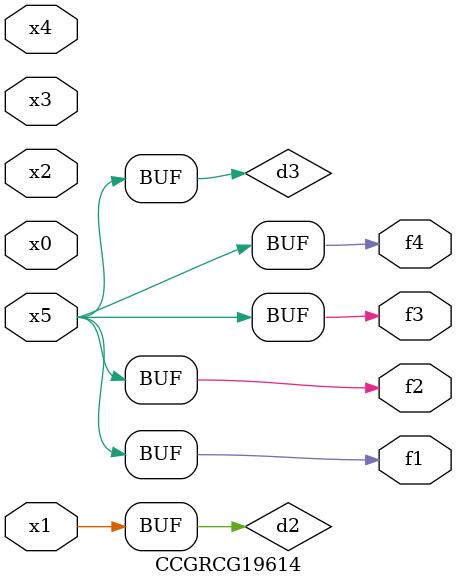
<source format=v>
module CCGRCG19614(
	input x0, x1, x2, x3, x4, x5,
	output f1, f2, f3, f4
);

	wire d1, d2, d3;

	not (d1, x5);
	or (d2, x1);
	xnor (d3, d1);
	assign f1 = d3;
	assign f2 = d3;
	assign f3 = d3;
	assign f4 = d3;
endmodule

</source>
